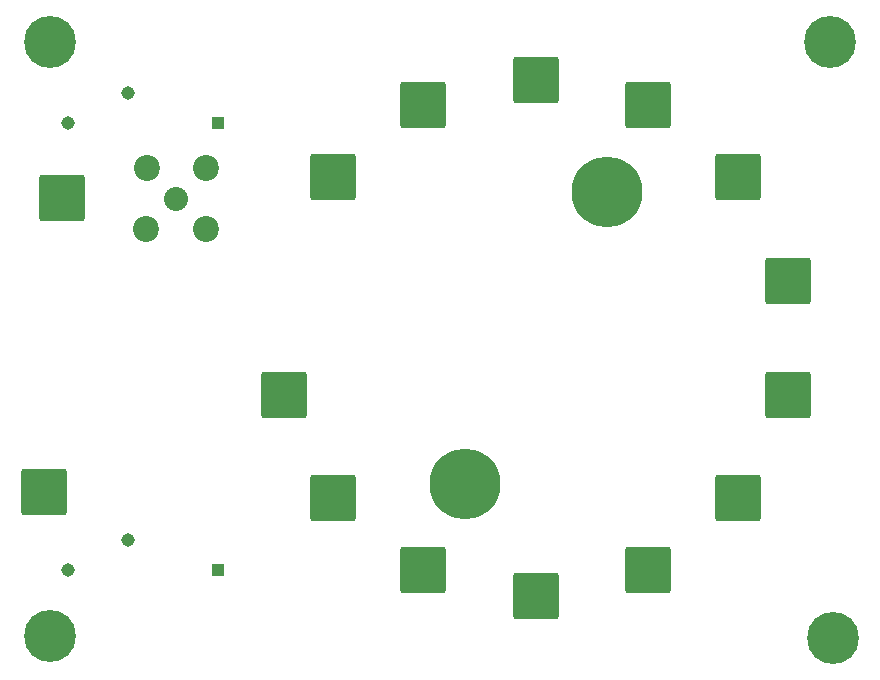
<source format=gbr>
%TF.GenerationSoftware,KiCad,Pcbnew,7.0.2-27-g7a50654f3b*%
%TF.CreationDate,2023-06-01T09:40:15-07:00*%
%TF.ProjectId,14_pin_pmt_Rev2,31345f70-696e-45f7-906d-745f52657632,rev?*%
%TF.SameCoordinates,Original*%
%TF.FileFunction,Soldermask,Bot*%
%TF.FilePolarity,Negative*%
%FSLAX46Y46*%
G04 Gerber Fmt 4.6, Leading zero omitted, Abs format (unit mm)*
G04 Created by KiCad (PCBNEW 7.0.2-27-g7a50654f3b) date 2023-06-01 09:40:15*
%MOMM*%
%LPD*%
G01*
G04 APERTURE LIST*
G04 Aperture macros list*
%AMRoundRect*
0 Rectangle with rounded corners*
0 $1 Rounding radius*
0 $2 $3 $4 $5 $6 $7 $8 $9 X,Y pos of 4 corners*
0 Add a 4 corners polygon primitive as box body*
4,1,4,$2,$3,$4,$5,$6,$7,$8,$9,$2,$3,0*
0 Add four circle primitives for the rounded corners*
1,1,$1+$1,$2,$3*
1,1,$1+$1,$4,$5*
1,1,$1+$1,$6,$7*
1,1,$1+$1,$8,$9*
0 Add four rect primitives between the rounded corners*
20,1,$1+$1,$2,$3,$4,$5,0*
20,1,$1+$1,$4,$5,$6,$7,0*
20,1,$1+$1,$6,$7,$8,$9,0*
20,1,$1+$1,$8,$9,$2,$3,0*%
G04 Aperture macros list end*
%ADD10R,1.140000X1.140000*%
%ADD11C,1.140000*%
%ADD12RoundRect,0.250002X-1.699998X-1.699998X1.699998X-1.699998X1.699998X1.699998X-1.699998X1.699998X0*%
%ADD13C,0.700000*%
%ADD14C,4.400000*%
%ADD15C,0.800000*%
%ADD16C,6.000000*%
%ADD17C,2.032000*%
%ADD18C,2.200000*%
G04 APERTURE END LIST*
D10*
%TO.C,POT2*%
X143256000Y-111760000D03*
D11*
X135636000Y-109220000D03*
X130556000Y-111760000D03*
%TD*%
D12*
%TO.C,J17*%
X130048000Y-80264000D03*
%TD*%
%TO.C,J14*%
X160655000Y-72390000D03*
%TD*%
D13*
%TO.C,H3*%
X127382000Y-117348000D03*
X127865274Y-116181274D03*
X127865274Y-118514726D03*
X129032000Y-115698000D03*
D14*
X129032000Y-117348000D03*
D13*
X129032000Y-118998000D03*
X130198726Y-116181274D03*
X130198726Y-118514726D03*
X130682000Y-117348000D03*
%TD*%
D12*
%TO.C,J9*%
X160655000Y-111760000D03*
%TD*%
D13*
%TO.C,H2*%
X193422000Y-67056000D03*
X193905274Y-65889274D03*
X193905274Y-68222726D03*
X195072000Y-65406000D03*
D14*
X195072000Y-67056000D03*
D13*
X195072000Y-68706000D03*
X196238726Y-65889274D03*
X196238726Y-68222726D03*
X196722000Y-67056000D03*
%TD*%
D12*
%TO.C,J12*%
X128524000Y-105156000D03*
%TD*%
D15*
%TO.C,H6*%
X161961000Y-104485000D03*
X162620010Y-102894010D03*
X162620010Y-106075990D03*
X164211000Y-102235000D03*
D16*
X164211000Y-104485000D03*
D15*
X164211000Y-106735000D03*
X165801990Y-102894010D03*
X165801990Y-106075990D03*
X166461000Y-104485000D03*
%TD*%
D12*
%TO.C,J1*%
X170180000Y-70231000D03*
%TD*%
D17*
%TO.C,J15*%
X139700000Y-80289400D03*
D18*
X137160000Y-82829400D03*
X142240000Y-82829400D03*
X142240000Y-77724000D03*
X137236200Y-77724000D03*
%TD*%
D12*
%TO.C,J8*%
X170180000Y-113919000D03*
%TD*%
D15*
%TO.C,H5*%
X173959010Y-79695990D03*
X174618020Y-78105000D03*
X174618020Y-81286980D03*
X176209010Y-77445990D03*
D16*
X176209010Y-79695990D03*
D15*
X176209010Y-81945990D03*
X177800000Y-78105000D03*
X177800000Y-81286980D03*
X178459010Y-79695990D03*
%TD*%
D12*
%TO.C,J3*%
X187325000Y-78486000D03*
%TD*%
%TO.C,J5*%
X191516000Y-96901000D03*
%TD*%
%TO.C,J4*%
X191516000Y-87249000D03*
%TD*%
%TO.C,J6*%
X187325000Y-105664000D03*
%TD*%
%TO.C,J2*%
X179705000Y-72390000D03*
%TD*%
D13*
%TO.C,H4*%
X193699726Y-117474000D03*
X194183000Y-116307274D03*
X194183000Y-118640726D03*
X195349726Y-115824000D03*
D14*
X195349726Y-117474000D03*
D13*
X195349726Y-119124000D03*
X196516452Y-116307274D03*
X196516452Y-118640726D03*
X196999726Y-117474000D03*
%TD*%
D12*
%TO.C,J11*%
X148844000Y-96901000D03*
%TD*%
D10*
%TO.C,POT1*%
X143256000Y-73914000D03*
D11*
X135636000Y-71374000D03*
X130556000Y-73914000D03*
%TD*%
D12*
%TO.C,J13*%
X153035000Y-78486000D03*
%TD*%
%TO.C,J7*%
X179705000Y-111760000D03*
%TD*%
D13*
%TO.C,H1*%
X127382000Y-67056000D03*
X127865274Y-65889274D03*
X127865274Y-68222726D03*
X129032000Y-65406000D03*
D14*
X129032000Y-67056000D03*
D13*
X129032000Y-68706000D03*
X130198726Y-65889274D03*
X130198726Y-68222726D03*
X130682000Y-67056000D03*
%TD*%
D12*
%TO.C,J10*%
X153035000Y-105664000D03*
%TD*%
M02*

</source>
